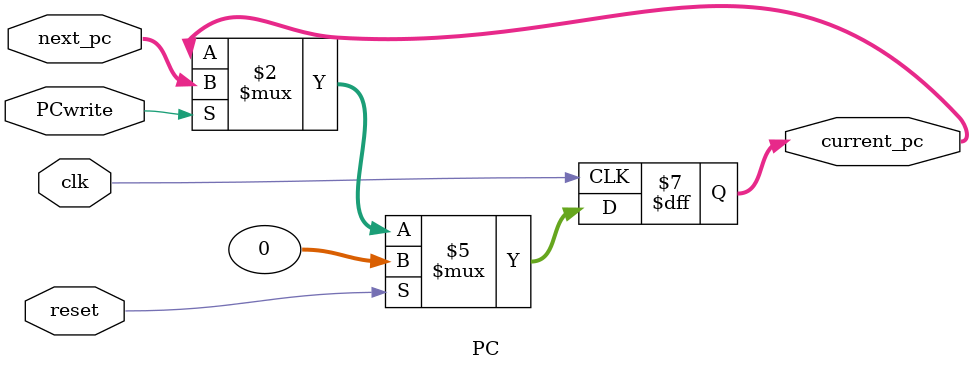
<source format=v>
module PC (input reset,
           input clk,
           input PCwrite,
           input [31:0] next_pc,
           output reg [31:0] current_pc);

always @(posedge clk) begin
    if (reset) begin
        current_pc <= 32'b0;
    end
    else begin
        if (PCwrite) begin
            current_pc <= next_pc;
        end
    end
end
endmodule

</source>
